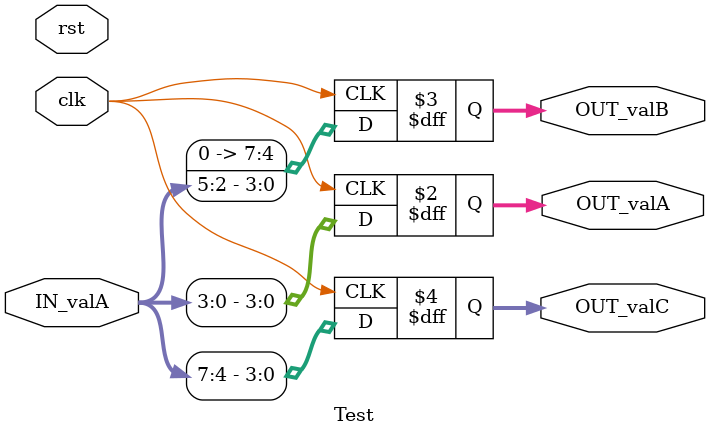
<source format=sv>
module Test#(parameter N = 4)
(
  input logic clk,
  input logic rst,
  input logic[4*N-1:0] IN_valA,
  output logic[N-1:0] OUT_valA,
  output logic[2*N-1:0] OUT_valB,
  output logic[N-1:0] OUT_valC
);

always_ff@(posedge clk) begin
  OUT_valA <= IN_valA[0+:N];
  OUT_valB <= IN_valA[N-2+:N];
  OUT_valC <= IN_valA[N+:N];
end

endmodule

</source>
